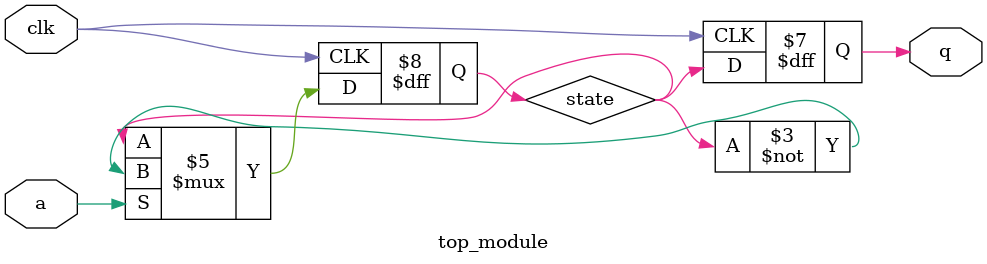
<source format=sv>
module top_module (
    input clk,
    input a,
    output reg q
);

reg state;

// Define the initial state
initial begin
    state = 0;
    q = 0;
end

always @(posedge clk) begin
    if (a == 1) begin
        state <= ~state;
    end
    q <= state;
end

endmodule

</source>
